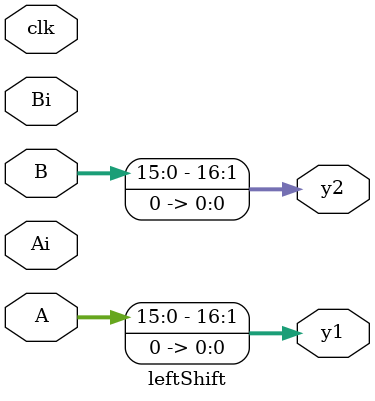
<source format=v>
module leftShift(clk, A, B, Ai, Bi, y1, y2);
  input [15:0] A, B, Ai, Bi;
  input clk;
  output reg [16:0] y1, y2;
  
  always @(clk)
     begin
      y1 <= A << 1;
      y2 <= B << 1;
    end
endmodule

</source>
